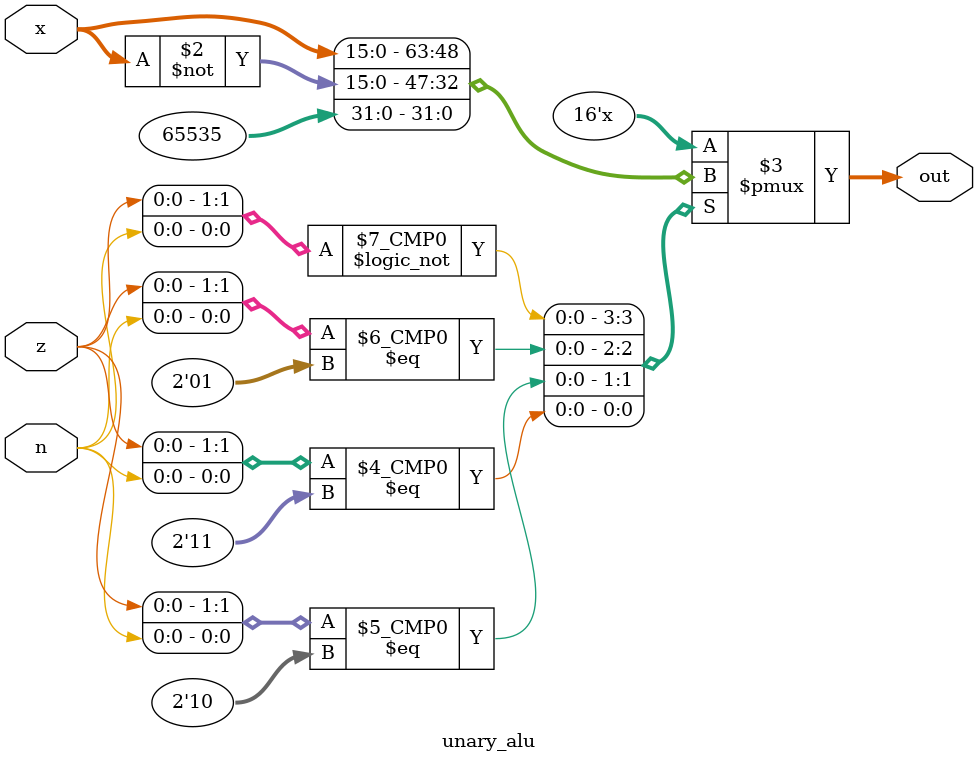
<source format=sv>
module unary_alu #(
    parameter int WIDTH = 16
) (
    input logic z,
    input logic n,
    input logic [WIDTH - 1:0] x,
    output logic [WIDTH - 1:0] out
);

  always_comb
    case ({
      z, n
    })
      2'b00:   out = x;
      2'b01:   out = ~x;
      2'b10:   out = 0;
      2'b11:   out = ~0;
      default: out = x;
    endcase

endmodule

</source>
